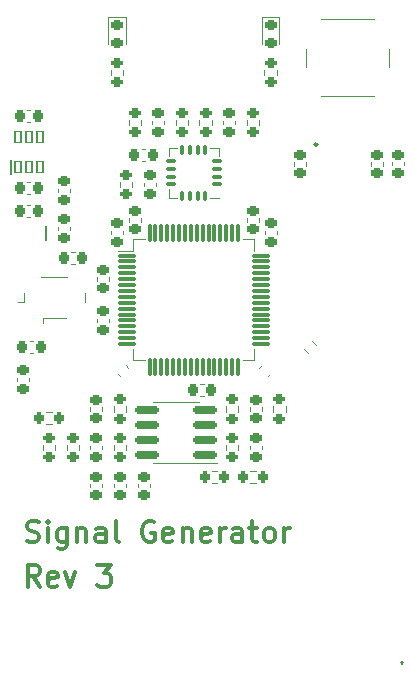
<source format=gto>
G04 #@! TF.GenerationSoftware,KiCad,Pcbnew,7.0.2-6a45011f42~172~ubuntu22.04.1*
G04 #@! TF.CreationDate,2023-04-25T20:16:16+02:00*
G04 #@! TF.ProjectId,Signal Generator,5369676e-616c-4204-9765-6e657261746f,2*
G04 #@! TF.SameCoordinates,Original*
G04 #@! TF.FileFunction,Legend,Top*
G04 #@! TF.FilePolarity,Positive*
%FSLAX46Y46*%
G04 Gerber Fmt 4.6, Leading zero omitted, Abs format (unit mm)*
G04 Created by KiCad (PCBNEW 7.0.2-6a45011f42~172~ubuntu22.04.1) date 2023-04-25 20:16:16*
%MOMM*%
%LPD*%
G01*
G04 APERTURE LIST*
G04 Aperture macros list*
%AMRoundRect*
0 Rectangle with rounded corners*
0 $1 Rounding radius*
0 $2 $3 $4 $5 $6 $7 $8 $9 X,Y pos of 4 corners*
0 Add a 4 corners polygon primitive as box body*
4,1,4,$2,$3,$4,$5,$6,$7,$8,$9,$2,$3,0*
0 Add four circle primitives for the rounded corners*
1,1,$1+$1,$2,$3*
1,1,$1+$1,$4,$5*
1,1,$1+$1,$6,$7*
1,1,$1+$1,$8,$9*
0 Add four rect primitives between the rounded corners*
20,1,$1+$1,$2,$3,$4,$5,0*
20,1,$1+$1,$4,$5,$6,$7,0*
20,1,$1+$1,$6,$7,$8,$9,0*
20,1,$1+$1,$8,$9,$2,$3,0*%
G04 Aperture macros list end*
%ADD10C,0.300000*%
%ADD11C,0.120000*%
%ADD12C,0.200000*%
%ADD13C,0.250000*%
%ADD14RoundRect,0.218750X-0.256250X0.218750X-0.256250X-0.218750X0.256250X-0.218750X0.256250X0.218750X0*%
%ADD15RoundRect,0.225000X-0.250000X0.225000X-0.250000X-0.225000X0.250000X-0.225000X0.250000X0.225000X0*%
%ADD16RoundRect,0.075000X0.350000X0.075000X-0.350000X0.075000X-0.350000X-0.075000X0.350000X-0.075000X0*%
%ADD17RoundRect,0.075000X0.075000X0.350000X-0.075000X0.350000X-0.075000X-0.350000X0.075000X-0.350000X0*%
%ADD18R,2.100000X2.100000*%
%ADD19RoundRect,0.200000X-0.200000X-0.275000X0.200000X-0.275000X0.200000X0.275000X-0.200000X0.275000X0*%
%ADD20RoundRect,0.225000X-0.225000X-0.250000X0.225000X-0.250000X0.225000X0.250000X-0.225000X0.250000X0*%
%ADD21RoundRect,0.050000X0.250000X0.500000X-0.250000X0.500000X-0.250000X-0.500000X0.250000X-0.500000X0*%
%ADD22RoundRect,0.225000X0.250000X-0.225000X0.250000X0.225000X-0.250000X0.225000X-0.250000X-0.225000X0*%
%ADD23R,3.400000X0.980000*%
%ADD24RoundRect,0.200000X-0.275000X0.200000X-0.275000X-0.200000X0.275000X-0.200000X0.275000X0.200000X0*%
%ADD25RoundRect,0.225000X0.225000X0.250000X-0.225000X0.250000X-0.225000X-0.250000X0.225000X-0.250000X0*%
%ADD26C,0.650000*%
%ADD27R,0.600000X1.030000*%
%ADD28R,0.300000X1.030000*%
%ADD29O,1.000000X2.100000*%
%ADD30O,1.000000X1.800000*%
%ADD31RoundRect,0.200000X0.275000X-0.200000X0.275000X0.200000X-0.275000X0.200000X-0.275000X-0.200000X0*%
%ADD32R,2.050000X3.800000*%
%ADD33RoundRect,0.200000X0.200000X0.275000X-0.200000X0.275000X-0.200000X-0.275000X0.200000X-0.275000X0*%
%ADD34RoundRect,0.225000X0.017678X-0.335876X0.335876X-0.017678X-0.017678X0.335876X-0.335876X0.017678X0*%
%ADD35R,0.600000X1.200000*%
%ADD36R,1.220000X0.910000*%
%ADD37C,0.001000*%
%ADD38R,2.800000X2.200000*%
%ADD39R,2.600000X2.800000*%
%ADD40R,0.800000X0.400000*%
%ADD41R,1.750000X2.500000*%
%ADD42RoundRect,0.150000X0.825000X0.150000X-0.825000X0.150000X-0.825000X-0.150000X0.825000X-0.150000X0*%
%ADD43R,1.700000X1.700000*%
%ADD44O,1.700000X1.700000*%
%ADD45C,2.000000*%
%ADD46R,2.200000X2.200000*%
%ADD47C,2.200000*%
%ADD48R,1.600000X1.100000*%
%ADD49C,1.524000*%
%ADD50RoundRect,0.200000X-0.335876X-0.053033X-0.053033X-0.335876X0.335876X0.053033X0.053033X0.335876X0*%
%ADD51RoundRect,0.075000X-0.700000X-0.075000X0.700000X-0.075000X0.700000X0.075000X-0.700000X0.075000X0*%
%ADD52RoundRect,0.075000X-0.075000X-0.700000X0.075000X-0.700000X0.075000X0.700000X-0.075000X0.700000X0*%
%ADD53R,1.600000X1.300000*%
%ADD54RoundRect,0.225000X0.335876X0.017678X0.017678X0.335876X-0.335876X-0.017678X-0.017678X-0.335876X0*%
G04 APERTURE END LIST*
D10*
X92842857Y-143444000D02*
X93100000Y-143529714D01*
X93100000Y-143529714D02*
X93528571Y-143529714D01*
X93528571Y-143529714D02*
X93700000Y-143444000D01*
X93700000Y-143444000D02*
X93785714Y-143358285D01*
X93785714Y-143358285D02*
X93871428Y-143186857D01*
X93871428Y-143186857D02*
X93871428Y-143015428D01*
X93871428Y-143015428D02*
X93785714Y-142844000D01*
X93785714Y-142844000D02*
X93700000Y-142758285D01*
X93700000Y-142758285D02*
X93528571Y-142672571D01*
X93528571Y-142672571D02*
X93185714Y-142586857D01*
X93185714Y-142586857D02*
X93014285Y-142501142D01*
X93014285Y-142501142D02*
X92928571Y-142415428D01*
X92928571Y-142415428D02*
X92842857Y-142244000D01*
X92842857Y-142244000D02*
X92842857Y-142072571D01*
X92842857Y-142072571D02*
X92928571Y-141901142D01*
X92928571Y-141901142D02*
X93014285Y-141815428D01*
X93014285Y-141815428D02*
X93185714Y-141729714D01*
X93185714Y-141729714D02*
X93614285Y-141729714D01*
X93614285Y-141729714D02*
X93871428Y-141815428D01*
X94642857Y-143529714D02*
X94642857Y-142329714D01*
X94642857Y-141729714D02*
X94557143Y-141815428D01*
X94557143Y-141815428D02*
X94642857Y-141901142D01*
X94642857Y-141901142D02*
X94728571Y-141815428D01*
X94728571Y-141815428D02*
X94642857Y-141729714D01*
X94642857Y-141729714D02*
X94642857Y-141901142D01*
X96271429Y-142329714D02*
X96271429Y-143786857D01*
X96271429Y-143786857D02*
X96185714Y-143958285D01*
X96185714Y-143958285D02*
X96100000Y-144044000D01*
X96100000Y-144044000D02*
X95928571Y-144129714D01*
X95928571Y-144129714D02*
X95671429Y-144129714D01*
X95671429Y-144129714D02*
X95500000Y-144044000D01*
X96271429Y-143444000D02*
X96100000Y-143529714D01*
X96100000Y-143529714D02*
X95757143Y-143529714D01*
X95757143Y-143529714D02*
X95585714Y-143444000D01*
X95585714Y-143444000D02*
X95500000Y-143358285D01*
X95500000Y-143358285D02*
X95414286Y-143186857D01*
X95414286Y-143186857D02*
X95414286Y-142672571D01*
X95414286Y-142672571D02*
X95500000Y-142501142D01*
X95500000Y-142501142D02*
X95585714Y-142415428D01*
X95585714Y-142415428D02*
X95757143Y-142329714D01*
X95757143Y-142329714D02*
X96100000Y-142329714D01*
X96100000Y-142329714D02*
X96271429Y-142415428D01*
X97128571Y-142329714D02*
X97128571Y-143529714D01*
X97128571Y-142501142D02*
X97214285Y-142415428D01*
X97214285Y-142415428D02*
X97385714Y-142329714D01*
X97385714Y-142329714D02*
X97642857Y-142329714D01*
X97642857Y-142329714D02*
X97814285Y-142415428D01*
X97814285Y-142415428D02*
X97900000Y-142586857D01*
X97900000Y-142586857D02*
X97900000Y-143529714D01*
X99528571Y-143529714D02*
X99528571Y-142586857D01*
X99528571Y-142586857D02*
X99442856Y-142415428D01*
X99442856Y-142415428D02*
X99271428Y-142329714D01*
X99271428Y-142329714D02*
X98928571Y-142329714D01*
X98928571Y-142329714D02*
X98757142Y-142415428D01*
X99528571Y-143444000D02*
X99357142Y-143529714D01*
X99357142Y-143529714D02*
X98928571Y-143529714D01*
X98928571Y-143529714D02*
X98757142Y-143444000D01*
X98757142Y-143444000D02*
X98671428Y-143272571D01*
X98671428Y-143272571D02*
X98671428Y-143101142D01*
X98671428Y-143101142D02*
X98757142Y-142929714D01*
X98757142Y-142929714D02*
X98928571Y-142844000D01*
X98928571Y-142844000D02*
X99357142Y-142844000D01*
X99357142Y-142844000D02*
X99528571Y-142758285D01*
X100642856Y-143529714D02*
X100471427Y-143444000D01*
X100471427Y-143444000D02*
X100385713Y-143272571D01*
X100385713Y-143272571D02*
X100385713Y-141729714D01*
X103642856Y-141815428D02*
X103471428Y-141729714D01*
X103471428Y-141729714D02*
X103214285Y-141729714D01*
X103214285Y-141729714D02*
X102957142Y-141815428D01*
X102957142Y-141815428D02*
X102785713Y-141986857D01*
X102785713Y-141986857D02*
X102699999Y-142158285D01*
X102699999Y-142158285D02*
X102614285Y-142501142D01*
X102614285Y-142501142D02*
X102614285Y-142758285D01*
X102614285Y-142758285D02*
X102699999Y-143101142D01*
X102699999Y-143101142D02*
X102785713Y-143272571D01*
X102785713Y-143272571D02*
X102957142Y-143444000D01*
X102957142Y-143444000D02*
X103214285Y-143529714D01*
X103214285Y-143529714D02*
X103385713Y-143529714D01*
X103385713Y-143529714D02*
X103642856Y-143444000D01*
X103642856Y-143444000D02*
X103728570Y-143358285D01*
X103728570Y-143358285D02*
X103728570Y-142758285D01*
X103728570Y-142758285D02*
X103385713Y-142758285D01*
X105185713Y-143444000D02*
X105014285Y-143529714D01*
X105014285Y-143529714D02*
X104671428Y-143529714D01*
X104671428Y-143529714D02*
X104499999Y-143444000D01*
X104499999Y-143444000D02*
X104414285Y-143272571D01*
X104414285Y-143272571D02*
X104414285Y-142586857D01*
X104414285Y-142586857D02*
X104499999Y-142415428D01*
X104499999Y-142415428D02*
X104671428Y-142329714D01*
X104671428Y-142329714D02*
X105014285Y-142329714D01*
X105014285Y-142329714D02*
X105185713Y-142415428D01*
X105185713Y-142415428D02*
X105271428Y-142586857D01*
X105271428Y-142586857D02*
X105271428Y-142758285D01*
X105271428Y-142758285D02*
X104414285Y-142929714D01*
X106042856Y-142329714D02*
X106042856Y-143529714D01*
X106042856Y-142501142D02*
X106128570Y-142415428D01*
X106128570Y-142415428D02*
X106299999Y-142329714D01*
X106299999Y-142329714D02*
X106557142Y-142329714D01*
X106557142Y-142329714D02*
X106728570Y-142415428D01*
X106728570Y-142415428D02*
X106814285Y-142586857D01*
X106814285Y-142586857D02*
X106814285Y-143529714D01*
X108357141Y-143444000D02*
X108185713Y-143529714D01*
X108185713Y-143529714D02*
X107842856Y-143529714D01*
X107842856Y-143529714D02*
X107671427Y-143444000D01*
X107671427Y-143444000D02*
X107585713Y-143272571D01*
X107585713Y-143272571D02*
X107585713Y-142586857D01*
X107585713Y-142586857D02*
X107671427Y-142415428D01*
X107671427Y-142415428D02*
X107842856Y-142329714D01*
X107842856Y-142329714D02*
X108185713Y-142329714D01*
X108185713Y-142329714D02*
X108357141Y-142415428D01*
X108357141Y-142415428D02*
X108442856Y-142586857D01*
X108442856Y-142586857D02*
X108442856Y-142758285D01*
X108442856Y-142758285D02*
X107585713Y-142929714D01*
X109214284Y-143529714D02*
X109214284Y-142329714D01*
X109214284Y-142672571D02*
X109299998Y-142501142D01*
X109299998Y-142501142D02*
X109385713Y-142415428D01*
X109385713Y-142415428D02*
X109557141Y-142329714D01*
X109557141Y-142329714D02*
X109728570Y-142329714D01*
X111099999Y-143529714D02*
X111099999Y-142586857D01*
X111099999Y-142586857D02*
X111014284Y-142415428D01*
X111014284Y-142415428D02*
X110842856Y-142329714D01*
X110842856Y-142329714D02*
X110499999Y-142329714D01*
X110499999Y-142329714D02*
X110328570Y-142415428D01*
X111099999Y-143444000D02*
X110928570Y-143529714D01*
X110928570Y-143529714D02*
X110499999Y-143529714D01*
X110499999Y-143529714D02*
X110328570Y-143444000D01*
X110328570Y-143444000D02*
X110242856Y-143272571D01*
X110242856Y-143272571D02*
X110242856Y-143101142D01*
X110242856Y-143101142D02*
X110328570Y-142929714D01*
X110328570Y-142929714D02*
X110499999Y-142844000D01*
X110499999Y-142844000D02*
X110928570Y-142844000D01*
X110928570Y-142844000D02*
X111099999Y-142758285D01*
X111699998Y-142329714D02*
X112385712Y-142329714D01*
X111957141Y-141729714D02*
X111957141Y-143272571D01*
X111957141Y-143272571D02*
X112042855Y-143444000D01*
X112042855Y-143444000D02*
X112214284Y-143529714D01*
X112214284Y-143529714D02*
X112385712Y-143529714D01*
X113242855Y-143529714D02*
X113071426Y-143444000D01*
X113071426Y-143444000D02*
X112985712Y-143358285D01*
X112985712Y-143358285D02*
X112899998Y-143186857D01*
X112899998Y-143186857D02*
X112899998Y-142672571D01*
X112899998Y-142672571D02*
X112985712Y-142501142D01*
X112985712Y-142501142D02*
X113071426Y-142415428D01*
X113071426Y-142415428D02*
X113242855Y-142329714D01*
X113242855Y-142329714D02*
X113499998Y-142329714D01*
X113499998Y-142329714D02*
X113671426Y-142415428D01*
X113671426Y-142415428D02*
X113757141Y-142501142D01*
X113757141Y-142501142D02*
X113842855Y-142672571D01*
X113842855Y-142672571D02*
X113842855Y-143186857D01*
X113842855Y-143186857D02*
X113757141Y-143358285D01*
X113757141Y-143358285D02*
X113671426Y-143444000D01*
X113671426Y-143444000D02*
X113499998Y-143529714D01*
X113499998Y-143529714D02*
X113242855Y-143529714D01*
X114614283Y-143529714D02*
X114614283Y-142329714D01*
X114614283Y-142672571D02*
X114699997Y-142501142D01*
X114699997Y-142501142D02*
X114785712Y-142415428D01*
X114785712Y-142415428D02*
X114957140Y-142329714D01*
X114957140Y-142329714D02*
X115128569Y-142329714D01*
X93957142Y-147279714D02*
X93357142Y-146422571D01*
X92928571Y-147279714D02*
X92928571Y-145479714D01*
X92928571Y-145479714D02*
X93614285Y-145479714D01*
X93614285Y-145479714D02*
X93785714Y-145565428D01*
X93785714Y-145565428D02*
X93871428Y-145651142D01*
X93871428Y-145651142D02*
X93957142Y-145822571D01*
X93957142Y-145822571D02*
X93957142Y-146079714D01*
X93957142Y-146079714D02*
X93871428Y-146251142D01*
X93871428Y-146251142D02*
X93785714Y-146336857D01*
X93785714Y-146336857D02*
X93614285Y-146422571D01*
X93614285Y-146422571D02*
X92928571Y-146422571D01*
X95414285Y-147194000D02*
X95242857Y-147279714D01*
X95242857Y-147279714D02*
X94900000Y-147279714D01*
X94900000Y-147279714D02*
X94728571Y-147194000D01*
X94728571Y-147194000D02*
X94642857Y-147022571D01*
X94642857Y-147022571D02*
X94642857Y-146336857D01*
X94642857Y-146336857D02*
X94728571Y-146165428D01*
X94728571Y-146165428D02*
X94900000Y-146079714D01*
X94900000Y-146079714D02*
X95242857Y-146079714D01*
X95242857Y-146079714D02*
X95414285Y-146165428D01*
X95414285Y-146165428D02*
X95500000Y-146336857D01*
X95500000Y-146336857D02*
X95500000Y-146508285D01*
X95500000Y-146508285D02*
X94642857Y-146679714D01*
X96099999Y-146079714D02*
X96528571Y-147279714D01*
X96528571Y-147279714D02*
X96957142Y-146079714D01*
X98842857Y-145479714D02*
X99957143Y-145479714D01*
X99957143Y-145479714D02*
X99357143Y-146165428D01*
X99357143Y-146165428D02*
X99614286Y-146165428D01*
X99614286Y-146165428D02*
X99785715Y-146251142D01*
X99785715Y-146251142D02*
X99871429Y-146336857D01*
X99871429Y-146336857D02*
X99957143Y-146508285D01*
X99957143Y-146508285D02*
X99957143Y-146936857D01*
X99957143Y-146936857D02*
X99871429Y-147108285D01*
X99871429Y-147108285D02*
X99785715Y-147194000D01*
X99785715Y-147194000D02*
X99614286Y-147279714D01*
X99614286Y-147279714D02*
X99100000Y-147279714D01*
X99100000Y-147279714D02*
X98928572Y-147194000D01*
X98928572Y-147194000D02*
X98842857Y-147108285D01*
D11*
X114235000Y-99015000D02*
X112765000Y-99015000D01*
X112765000Y-99015000D02*
X112765000Y-101300000D01*
X114235000Y-101300000D02*
X114235000Y-99015000D01*
X104510000Y-107859420D02*
X104510000Y-108140580D01*
X103490000Y-107859420D02*
X103490000Y-108140580D01*
X109110000Y-110140000D02*
X109110000Y-110865000D01*
X108385000Y-114360000D02*
X109110000Y-114360000D01*
X108385000Y-110140000D02*
X109110000Y-110140000D01*
X105615000Y-114360000D02*
X104890000Y-114360000D01*
X105615000Y-110140000D02*
X104890000Y-110140000D01*
X104890000Y-114360000D02*
X104890000Y-113635000D01*
X104890000Y-110140000D02*
X104890000Y-110865000D01*
X108512742Y-137477500D02*
X108987258Y-137477500D01*
X108512742Y-138522500D02*
X108987258Y-138522500D01*
X96634420Y-118965000D02*
X96915580Y-118965000D01*
X96634420Y-119985000D02*
X96915580Y-119985000D01*
D12*
X91525000Y-112325000D02*
X91525000Y-111125000D01*
D11*
X102740000Y-113390580D02*
X102740000Y-113109420D01*
X103760000Y-113390580D02*
X103760000Y-113109420D01*
X106522500Y-107762742D02*
X106522500Y-108237258D01*
X105477500Y-107762742D02*
X105477500Y-108237258D01*
X102890580Y-111260000D02*
X102609420Y-111260000D01*
X102890580Y-110240000D02*
X102609420Y-110240000D01*
X92884420Y-112990000D02*
X93165580Y-112990000D01*
X92884420Y-114010000D02*
X93165580Y-114010000D01*
X99260000Y-135359420D02*
X99260000Y-135640580D01*
X98240000Y-135359420D02*
X98240000Y-135640580D01*
X96227500Y-135737258D02*
X96227500Y-135262742D01*
X97272500Y-135737258D02*
X97272500Y-135262742D01*
X124760000Y-111334420D02*
X124760000Y-111615580D01*
X123740000Y-111334420D02*
X123740000Y-111615580D01*
X100727500Y-113487258D02*
X100727500Y-113012742D01*
X101772500Y-113487258D02*
X101772500Y-113012742D01*
X94987258Y-133522500D02*
X94512742Y-133522500D01*
X94987258Y-132477500D02*
X94512742Y-132477500D01*
X112539970Y-128738781D02*
X112738781Y-128539970D01*
X113261219Y-129460030D02*
X113460030Y-129261219D01*
X111762742Y-137477500D02*
X112237258Y-137477500D01*
X111762742Y-138522500D02*
X112237258Y-138522500D01*
X111740000Y-132390580D02*
X111740000Y-132109420D01*
X112760000Y-132390580D02*
X112760000Y-132109420D01*
D12*
X94525000Y-116725000D02*
X94525000Y-117925000D01*
D11*
X101272500Y-135262742D02*
X101272500Y-135737258D01*
X100227500Y-135262742D02*
X100227500Y-135737258D01*
X112990000Y-117440580D02*
X112990000Y-117159420D01*
X114010000Y-117440580D02*
X114010000Y-117159420D01*
X102522500Y-107762742D02*
X102522500Y-108237258D01*
X101477500Y-107762742D02*
X101477500Y-108237258D01*
X110772500Y-132012742D02*
X110772500Y-132487258D01*
X109727500Y-132012742D02*
X109727500Y-132487258D01*
X95272500Y-135262742D02*
X95272500Y-135737258D01*
X94227500Y-135262742D02*
X94227500Y-135737258D01*
D12*
X124637500Y-153800000D02*
X124637500Y-153800000D01*
X124637500Y-153600000D02*
X124637500Y-153600000D01*
X124637500Y-153600000D02*
G75*
G03*
X124637500Y-153800000I0J-100000D01*
G01*
X124637500Y-153800000D02*
G75*
G03*
X124637500Y-153600000I0J100000D01*
G01*
D11*
X99977500Y-103987258D02*
X99977500Y-103512742D01*
X101022500Y-103987258D02*
X101022500Y-103512742D01*
X103260000Y-138609420D02*
X103260000Y-138890580D01*
X102240000Y-138609420D02*
X102240000Y-138890580D01*
X98790000Y-121390580D02*
X98790000Y-121109420D01*
X99810000Y-121390580D02*
X99810000Y-121109420D01*
X121990000Y-111640580D02*
X121990000Y-111359420D01*
X123010000Y-111640580D02*
X123010000Y-111359420D01*
X99260000Y-132109420D02*
X99260000Y-132390580D01*
X98240000Y-132109420D02*
X98240000Y-132390580D01*
X93010000Y-129609420D02*
X93010000Y-129890580D01*
X91990000Y-129609420D02*
X91990000Y-129890580D01*
X113727500Y-132487258D02*
X113727500Y-132012742D01*
X114772500Y-132487258D02*
X114772500Y-132012742D01*
X93109420Y-126490000D02*
X93390580Y-126490000D01*
X93109420Y-127510000D02*
X93390580Y-127510000D01*
X107840580Y-131110000D02*
X107559420Y-131110000D01*
X107840580Y-130090000D02*
X107559420Y-130090000D01*
D13*
X117475000Y-109850000D02*
G75*
G03*
X117475000Y-109850000I-125000J0D01*
G01*
D11*
X99990000Y-117440580D02*
X99990000Y-117159420D01*
X101010000Y-117440580D02*
X101010000Y-117159420D01*
X110772500Y-135262742D02*
X110772500Y-135737258D01*
X109727500Y-135262742D02*
X109727500Y-135737258D01*
X107477500Y-108237258D02*
X107477500Y-107762742D01*
X108522500Y-108237258D02*
X108522500Y-107762742D01*
X101490000Y-116390580D02*
X101490000Y-116109420D01*
X102510000Y-116390580D02*
X102510000Y-116109420D01*
X105500000Y-136810000D02*
X108950000Y-136810000D01*
X105500000Y-136810000D02*
X103550000Y-136810000D01*
X105500000Y-131690000D02*
X107450000Y-131690000D01*
X105500000Y-131690000D02*
X103550000Y-131690000D01*
X92884420Y-114965000D02*
X93165580Y-114965000D01*
X92884420Y-115985000D02*
X93165580Y-115985000D01*
X93165580Y-107985000D02*
X92884420Y-107985000D01*
X93165580Y-106965000D02*
X92884420Y-106965000D01*
X111477500Y-108237258D02*
X111477500Y-107762742D01*
X112522500Y-108237258D02*
X112522500Y-107762742D01*
X101235000Y-99015000D02*
X99765000Y-99015000D01*
X99765000Y-99015000D02*
X99765000Y-101300000D01*
X101235000Y-101300000D02*
X101235000Y-99015000D01*
X110510000Y-107859420D02*
X110510000Y-108140580D01*
X109490000Y-107859420D02*
X109490000Y-108140580D01*
X99260000Y-138609420D02*
X99260000Y-138890580D01*
X98240000Y-138609420D02*
X98240000Y-138890580D01*
X96535000Y-113609420D02*
X96535000Y-113890580D01*
X95515000Y-113609420D02*
X95515000Y-113890580D01*
X114022500Y-103512742D02*
X114022500Y-103987258D01*
X112977500Y-103512742D02*
X112977500Y-103987258D01*
X116500000Y-101750000D02*
X116500000Y-103250000D01*
X117750000Y-105750000D02*
X122250000Y-105750000D01*
X122250000Y-99250000D02*
X117750000Y-99250000D01*
X123500000Y-103250000D02*
X123500000Y-101750000D01*
X116510000Y-111359420D02*
X116510000Y-111640580D01*
X115490000Y-111359420D02*
X115490000Y-111640580D01*
X101260000Y-138609420D02*
X101260000Y-138890580D01*
X100240000Y-138609420D02*
X100240000Y-138890580D01*
X95515000Y-117115580D02*
X95515000Y-116834420D01*
X96535000Y-117115580D02*
X96535000Y-116834420D01*
X100227500Y-132487258D02*
X100227500Y-132012742D01*
X101272500Y-132487258D02*
X101272500Y-132012742D01*
X111490000Y-116390580D02*
X111490000Y-116109420D01*
X112510000Y-116390580D02*
X112510000Y-116109420D01*
X99810000Y-124609420D02*
X99810000Y-124890580D01*
X98790000Y-124609420D02*
X98790000Y-124890580D01*
X117041697Y-126462770D02*
X117377230Y-126798303D01*
X116302770Y-127201697D02*
X116638303Y-127537230D01*
X101890000Y-117890000D02*
X101890000Y-118840000D01*
X101890000Y-118840000D02*
X100550000Y-118840000D01*
X101890000Y-128110000D02*
X101890000Y-127160000D01*
X102840000Y-117890000D02*
X101890000Y-117890000D01*
X102840000Y-128110000D02*
X101890000Y-128110000D01*
X111160000Y-117890000D02*
X112110000Y-117890000D01*
X111160000Y-128110000D02*
X112110000Y-128110000D01*
X112110000Y-117890000D02*
X112110000Y-118840000D01*
X112110000Y-128110000D02*
X112110000Y-127160000D01*
X94200000Y-124500000D02*
X94200000Y-124950000D01*
X96200000Y-124500000D02*
X94200000Y-124500000D01*
X92600000Y-123150000D02*
X92100000Y-123150000D01*
X92600000Y-123150000D02*
X92600000Y-122450000D01*
X97800000Y-122450000D02*
X97800000Y-123150000D01*
X94100000Y-121100000D02*
X96300000Y-121100000D01*
X100738781Y-129460030D02*
X100539970Y-129261219D01*
X101460030Y-128738781D02*
X101261219Y-128539970D01*
X112760000Y-135359420D02*
X112760000Y-135640580D01*
X111740000Y-135359420D02*
X111740000Y-135640580D01*
%LPC*%
D14*
X113500000Y-99712500D03*
X113500000Y-101287500D03*
D15*
X104000000Y-107225000D03*
X104000000Y-108775000D03*
D16*
X108950000Y-113225000D03*
X108950000Y-112575000D03*
X108950000Y-111925000D03*
X108950000Y-111275000D03*
D17*
X107975000Y-110300000D03*
X107325000Y-110300000D03*
X106675000Y-110300000D03*
X106025000Y-110300000D03*
D16*
X105050000Y-111275000D03*
X105050000Y-111925000D03*
X105050000Y-112575000D03*
X105050000Y-113225000D03*
D17*
X106025000Y-114200000D03*
X106675000Y-114200000D03*
X107325000Y-114200000D03*
X107975000Y-114200000D03*
D18*
X107000000Y-112250000D03*
D19*
X107925000Y-138000000D03*
X109575000Y-138000000D03*
D20*
X96000000Y-119475000D03*
X97550000Y-119475000D03*
D21*
X92075000Y-111775000D03*
X93025000Y-111775000D03*
X93975000Y-111775000D03*
X93975000Y-109175000D03*
X93025000Y-109175000D03*
X92075000Y-109175000D03*
D22*
X103250000Y-114025000D03*
X103250000Y-112475000D03*
D23*
X97525000Y-108290000D03*
X97525000Y-110660000D03*
D24*
X106000000Y-107175000D03*
X106000000Y-108825000D03*
D25*
X103525000Y-110750000D03*
X101975000Y-110750000D03*
D20*
X92250000Y-113500000D03*
X93800000Y-113500000D03*
D15*
X98750000Y-134725000D03*
X98750000Y-136275000D03*
D26*
X109890000Y-103380000D03*
X104110000Y-103380000D03*
D27*
X110200000Y-104515000D03*
X109400000Y-104515000D03*
D28*
X108250000Y-104515000D03*
X107250000Y-104515000D03*
X106750000Y-104515000D03*
X105750000Y-104515000D03*
D27*
X104600000Y-104515000D03*
X103800000Y-104515000D03*
X103800000Y-104515000D03*
X104600000Y-104515000D03*
D28*
X105250000Y-104515000D03*
X106250000Y-104515000D03*
X107750000Y-104515000D03*
X108750000Y-104515000D03*
D27*
X109400000Y-104515000D03*
X110200000Y-104515000D03*
D29*
X111320000Y-103880000D03*
D30*
X111320000Y-99700000D03*
D29*
X102680000Y-103880000D03*
D30*
X102680000Y-99700000D03*
D31*
X96750000Y-136325000D03*
X96750000Y-134675000D03*
D15*
X124250000Y-110700000D03*
X124250000Y-112250000D03*
D31*
X101250000Y-114075000D03*
X101250000Y-112425000D03*
D32*
X119750000Y-122850000D03*
X119750000Y-116150000D03*
D33*
X95575000Y-133000000D03*
X93925000Y-133000000D03*
D34*
X112451992Y-129548008D03*
X113548008Y-128451992D03*
D19*
X111175000Y-138000000D03*
X112825000Y-138000000D03*
D22*
X112250000Y-133025000D03*
X112250000Y-131475000D03*
D35*
X92075000Y-119625000D03*
X93975000Y-117325000D03*
X93025000Y-117325000D03*
X92075000Y-117325000D03*
X93975000Y-119625000D03*
D24*
X100750000Y-134675000D03*
X100750000Y-136325000D03*
D22*
X113500000Y-118075000D03*
X113500000Y-116525000D03*
D36*
X98275000Y-116735000D03*
X98275000Y-113465000D03*
D24*
X102000000Y-107175000D03*
X102000000Y-108825000D03*
X110250000Y-131425000D03*
X110250000Y-133075000D03*
X94750000Y-134675000D03*
X94750000Y-136325000D03*
D37*
X118837500Y-152400000D03*
X118837500Y-145400000D03*
D38*
X115137500Y-151500000D03*
X122537500Y-153500000D03*
D39*
X122637500Y-144100000D03*
D31*
X100500000Y-104575000D03*
X100500000Y-102925000D03*
D15*
X102750000Y-137975000D03*
X102750000Y-139525000D03*
D22*
X99300000Y-122025000D03*
X99300000Y-120475000D03*
X122500000Y-112275000D03*
X122500000Y-110725000D03*
D15*
X98750000Y-131475000D03*
X98750000Y-133025000D03*
X92500000Y-128975000D03*
X92500000Y-130525000D03*
D31*
X114250000Y-133075000D03*
X114250000Y-131425000D03*
D20*
X92475000Y-127000000D03*
X94025000Y-127000000D03*
D25*
X108475000Y-130600000D03*
X106925000Y-130600000D03*
D40*
X117750000Y-110550000D03*
X117750000Y-111500000D03*
X117750000Y-112450000D03*
X120750000Y-112450000D03*
X120750000Y-111500000D03*
X120750000Y-110550000D03*
D41*
X119250000Y-111500000D03*
D22*
X100500000Y-118075000D03*
X100500000Y-116525000D03*
D24*
X110250000Y-134675000D03*
X110250000Y-136325000D03*
D31*
X108000000Y-108825000D03*
X108000000Y-107175000D03*
D22*
X102000000Y-117025000D03*
X102000000Y-115475000D03*
D42*
X107975000Y-136155000D03*
X107975000Y-134885000D03*
X107975000Y-133615000D03*
X107975000Y-132345000D03*
X103025000Y-132345000D03*
X103025000Y-133615000D03*
X103025000Y-134885000D03*
X103025000Y-136155000D03*
D20*
X92250000Y-115475000D03*
X93800000Y-115475000D03*
D25*
X93800000Y-107475000D03*
X92250000Y-107475000D03*
D31*
X112000000Y-108825000D03*
X112000000Y-107175000D03*
D14*
X100500000Y-99712500D03*
X100500000Y-101287500D03*
D15*
X110000000Y-107225000D03*
X110000000Y-108775000D03*
X98750000Y-137975000D03*
X98750000Y-139525000D03*
X96025000Y-112975000D03*
X96025000Y-114525000D03*
D24*
X113500000Y-102925000D03*
X113500000Y-104575000D03*
D43*
X106840000Y-145960000D03*
D44*
X106840000Y-148500000D03*
X104300000Y-145960000D03*
X104300000Y-148500000D03*
D45*
X116750000Y-100250000D03*
X123250000Y-100250000D03*
X116750000Y-104750000D03*
X123250000Y-104750000D03*
D15*
X116000000Y-110725000D03*
X116000000Y-112275000D03*
D46*
X92685000Y-153800000D03*
D47*
X95225000Y-153800000D03*
X97765000Y-153800000D03*
X100305000Y-153800000D03*
D15*
X100750000Y-137975000D03*
X100750000Y-139525000D03*
D48*
X116950000Y-132550000D03*
X116950000Y-135750000D03*
X121350000Y-135750000D03*
X121350000Y-132550000D03*
D22*
X96025000Y-117750000D03*
X96025000Y-116200000D03*
D49*
X92000000Y-100250000D03*
X97000000Y-100250000D03*
X92000000Y-102250000D03*
X97000000Y-102250000D03*
X92000000Y-104250000D03*
X97000000Y-104250000D03*
D31*
X100750000Y-133075000D03*
X100750000Y-131425000D03*
D22*
X112000000Y-117025000D03*
X112000000Y-115475000D03*
D15*
X99300000Y-123975000D03*
X99300000Y-125525000D03*
D50*
X116256637Y-126416637D03*
X117423363Y-127583363D03*
D51*
X101325000Y-119250000D03*
X101325000Y-119750000D03*
X101325000Y-120250000D03*
X101325000Y-120750000D03*
X101325000Y-121250000D03*
X101325000Y-121750000D03*
X101325000Y-122250000D03*
X101325000Y-122750000D03*
X101325000Y-123250000D03*
X101325000Y-123750000D03*
X101325000Y-124250000D03*
X101325000Y-124750000D03*
X101325000Y-125250000D03*
X101325000Y-125750000D03*
X101325000Y-126250000D03*
X101325000Y-126750000D03*
D52*
X103250000Y-128675000D03*
X103750000Y-128675000D03*
X104250000Y-128675000D03*
X104750000Y-128675000D03*
X105250000Y-128675000D03*
X105750000Y-128675000D03*
X106250000Y-128675000D03*
X106750000Y-128675000D03*
X107250000Y-128675000D03*
X107750000Y-128675000D03*
X108250000Y-128675000D03*
X108750000Y-128675000D03*
X109250000Y-128675000D03*
X109750000Y-128675000D03*
X110250000Y-128675000D03*
X110750000Y-128675000D03*
D51*
X112675000Y-126750000D03*
X112675000Y-126250000D03*
X112675000Y-125750000D03*
X112675000Y-125250000D03*
X112675000Y-124750000D03*
X112675000Y-124250000D03*
X112675000Y-123750000D03*
X112675000Y-123250000D03*
X112675000Y-122750000D03*
X112675000Y-122250000D03*
X112675000Y-121750000D03*
X112675000Y-121250000D03*
X112675000Y-120750000D03*
X112675000Y-120250000D03*
X112675000Y-119750000D03*
X112675000Y-119250000D03*
D52*
X110750000Y-117325000D03*
X110250000Y-117325000D03*
X109750000Y-117325000D03*
X109250000Y-117325000D03*
X108750000Y-117325000D03*
X108250000Y-117325000D03*
X107750000Y-117325000D03*
X107250000Y-117325000D03*
X106750000Y-117325000D03*
X106250000Y-117325000D03*
X105750000Y-117325000D03*
X105250000Y-117325000D03*
X104750000Y-117325000D03*
X104250000Y-117325000D03*
X103750000Y-117325000D03*
X103250000Y-117325000D03*
D53*
X93150000Y-124050000D03*
X97250000Y-124050000D03*
X97250000Y-121550000D03*
X93150000Y-121550000D03*
D54*
X101548008Y-129548008D03*
X100451992Y-128451992D03*
D15*
X112250000Y-134725000D03*
X112250000Y-136275000D03*
D43*
X124040000Y-107500000D03*
D44*
X121500000Y-107500000D03*
X118960000Y-107500000D03*
X116420000Y-107500000D03*
%LPD*%
M02*

</source>
